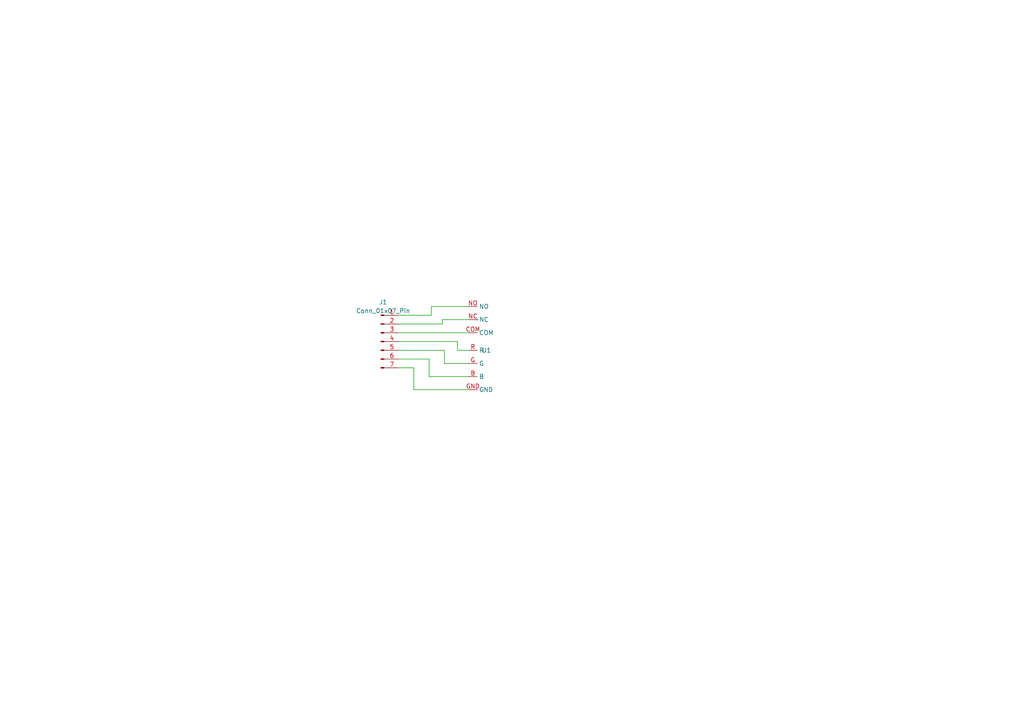
<source format=kicad_sch>
(kicad_sch (version 20230121) (generator eeschema)
  (paper "A4")
  (lib_symbols
    (symbol "Connector:Conn_01x07_Pin" (pin_names (offset 1.016) hide)
      (property "Reference" "J" (at 0 10.16 0))
      (property "Value" "Conn_01x07_Pin" (at 0 -10.16 0))
      (symbol "Conn_01x07_Pin_1_1"
        (polyline (pts (xy 1.27 -7.62) (xy 0.8636 -7.62)) (stroke (width 0.1524)))
        (polyline (pts (xy 1.27 -5.08) (xy 0.8636 -5.08)) (stroke (width 0.1524)))
        (polyline (pts (xy 1.27 -2.54) (xy 0.8636 -2.54)) (stroke (width 0.1524)))
        (polyline (pts (xy 1.27 0) (xy 0.8636 0)) (stroke (width 0.1524)))
        (polyline (pts (xy 1.27 2.54) (xy 0.8636 2.54)) (stroke (width 0.1524)))
        (polyline (pts (xy 1.27 5.08) (xy 0.8636 5.08)) (stroke (width 0.1524)))
        (polyline (pts (xy 1.27 7.62) (xy 0.8636 7.62)) (stroke (width 0.1524)))
        (rectangle (start 0.8636 -7.493) (end 0 -7.747) (stroke (width 0.1524)) (fill (type outline)))
        (rectangle (start 0.8636 -4.953) (end 0 -5.207) (stroke (width 0.1524)) (fill (type outline)))
        (rectangle (start 0.8636 -2.413) (end 0 -2.667) (stroke (width 0.1524)) (fill (type outline)))
        (rectangle (start 0.8636 0.127) (end 0 -0.127) (stroke (width 0.1524)) (fill (type outline)))
        (rectangle (start 0.8636 2.667) (end 0 2.413) (stroke (width 0.1524)) (fill (type outline)))
        (rectangle (start 0.8636 5.207) (end 0 4.953) (stroke (width 0.1524)) (fill (type outline)))
        (rectangle (start 0.8636 7.747) (end 0 7.493) (stroke (width 0.1524)) (fill (type outline)))
        (pin passive line (at 5.08 7.62 180) (length 3.81) (name "Pin_1") (number "1"))
        (pin passive line (at 5.08 5.08 180) (length 3.81) (name "Pin_2") (number "2"))
        (pin passive line (at 5.08 2.54 180) (length 3.81) (name "Pin_3") (number "3"))
        (pin passive line (at 5.08 0 180) (length 3.81) (name "Pin_4") (number "4"))
        (pin passive line (at 5.08 -2.54 180) (length 3.81) (name "Pin_5") (number "5"))
        (pin passive line (at 5.08 -5.08 180) (length 3.81) (name "Pin_6") (number "6"))
        (pin passive line (at 5.08 -7.62 180) (length 3.81) (name "Pin_7") (number "7"))
      )
    )
    (symbol "RgbButtonLibrary:ButtonWithRgbLED"
      (property "Reference" "U" (at 0 8.89 0))
      (symbol "ButtonWithRgbLED_1_1"
        (pin bidirectional line (at -2.54 -16.51 0) (length 2.54) (name "B") (number "B"))
        (pin bidirectional line (at -2.54 -3.81 0) (length 2.54) (name "COM") (number "COM"))
        (pin bidirectional line (at -2.54 -12.7 0) (length 2.54) (name "G") (number "G"))
        (pin bidirectional line (at -2.54 -20.32 0) (length 2.54) (name "GND") (number "GND"))
        (pin bidirectional line (at -2.54 0 0) (length 2.54) (name "NC") (number "NC"))
        (pin bidirectional line (at -2.54 3.81 0) (length 2.54) (name "NO") (number "NO"))
        (pin bidirectional line (at -2.54 -8.89 0) (length 2.54) (name "R") (number "R"))
      )
    )
  )
  (wire (pts (xy 115.57 99.06) (xy 132.715 99.06)))
  (wire (pts (xy 115.57 101.6) (xy 128.905 101.6)))
  (wire (pts (xy 120.015 106.68) (xy 120.015 113.03)))
  (wire (pts (xy 124.46 104.14) (xy 124.46 109.22)))
  (wire (pts (xy 115.57 91.44) (xy 125.095 91.44)))
  (wire (pts (xy 125.095 91.44) (xy 125.095 88.9)))
  (wire (pts (xy 132.715 99.06) (xy 132.715 101.6)))
  (wire (pts (xy 128.27 93.98) (xy 128.27 92.71)))
  (wire (pts (xy 132.715 101.6) (xy 135.89 101.6)))
  (wire (pts (xy 128.905 101.6) (xy 128.905 105.41)))
  (wire (pts (xy 128.905 105.41) (xy 135.89 105.41)))
  (wire (pts (xy 115.57 104.14) (xy 124.46 104.14)))
  (wire (pts (xy 125.095 88.9) (xy 135.89 88.9)))
  (wire (pts (xy 120.015 113.03) (xy 135.89 113.03)))
  (wire (pts (xy 124.46 109.22) (xy 135.89 109.22)))
  (wire (pts (xy 115.57 106.68) (xy 120.015 106.68)))
  (wire (pts (xy 128.27 92.71) (xy 135.89 92.71)))
  (wire (pts (xy 115.57 96.52) (xy 135.89 96.52)))
  (wire (pts (xy 115.57 93.98) (xy 128.27 93.98)))
  (symbol (lib_id "Connector:Conn_01x07_Pin") (at 110.49 99.06 0) (unit 1)
    (property "Reference" "J1" (at 111.125 87.63 0))
    (property "Value" "Conn_01x07_Pin" (at 111.125 90.17 0))
    (property "Footprint" "Connector_PinHeader_2.54mm:PinHeader_1x07_P2.54mm_Vertical" (effects hide))
  )
  (symbol (lib_id "RgbButtonLibrary:ButtonWithRgbLED") (at 138.43 92.71 0) (unit 1)
    (property "Reference" "U1" (at 139.7 101.6 0) (effects (justify left)))
    (property "Value" "~" (at 138.43 92.71 0))
    (property "Footprint" "RgbButtonLibrary:16mm SPDT Push Button w RGB LED Baomain" (effects hide))
  )
)
</source>
